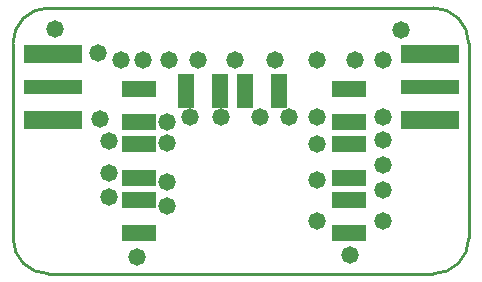
<source format=gts>
G04*
G04 #@! TF.GenerationSoftware,Altium Limited,Altium Designer,20.0.10 (225)*
G04*
G04 Layer_Color=8388736*
%FSLAX25Y25*%
%MOIN*%
G70*
G01*
G75*
%ADD12C,0.01000*%
%ADD15R,0.19685X0.04724*%
%ADD16R,0.19685X0.06299*%
%ADD17R,0.11430X0.05721*%
%ADD18R,0.05721X0.11430*%
%ADD19C,0.05800*%
D12*
X305118Y381890D02*
G03*
X316929Y393701I0J11811D01*
G01*
X165000D02*
G03*
X176811Y381890I11811J0D01*
G01*
X316929Y458689D02*
G03*
X305118Y470500I-11811J0D01*
G01*
X176811D02*
G03*
X165000Y458689I0J-11811D01*
G01*
X316929Y393701D02*
Y458689D01*
X176811Y381890D02*
X305118D01*
X165000Y393701D02*
Y458500D01*
X176811Y470500D02*
X305118D01*
D15*
X304095Y444136D02*
D03*
X178189D02*
D03*
D16*
X304095Y455042D02*
D03*
Y433231D02*
D03*
X178189D02*
D03*
Y455042D02*
D03*
D17*
X277000Y443638D02*
D03*
Y432417D02*
D03*
Y425047D02*
D03*
Y413826D02*
D03*
Y406547D02*
D03*
Y395326D02*
D03*
X206874Y406547D02*
D03*
Y395326D02*
D03*
Y425047D02*
D03*
Y413826D02*
D03*
Y443638D02*
D03*
Y432417D02*
D03*
D18*
X253642Y442937D02*
D03*
X242421D02*
D03*
X233957D02*
D03*
X222736D02*
D03*
D19*
X179000Y463500D02*
D03*
X288500Y434238D02*
D03*
X279167Y453000D02*
D03*
X288500D02*
D03*
X194000Y433500D02*
D03*
X294500Y463000D02*
D03*
X266500Y434000D02*
D03*
X216500Y412500D02*
D03*
Y404500D02*
D03*
X197000Y407500D02*
D03*
Y415500D02*
D03*
X288500Y418000D02*
D03*
Y409908D02*
D03*
X266500Y399433D02*
D03*
X288500D02*
D03*
X266500Y412989D02*
D03*
Y425000D02*
D03*
X239000Y453000D02*
D03*
X234500Y434000D02*
D03*
X247439D02*
D03*
X252500Y453000D02*
D03*
X197000Y426000D02*
D03*
X216500Y425500D02*
D03*
X266500Y453000D02*
D03*
X257000Y434000D02*
D03*
X288500Y426500D02*
D03*
X193500Y455500D02*
D03*
X216500Y432500D02*
D03*
X224000Y434000D02*
D03*
X226542Y453000D02*
D03*
X217155D02*
D03*
X208500D02*
D03*
X201000D02*
D03*
X277500Y388000D02*
D03*
X206500Y387500D02*
D03*
M02*

</source>
